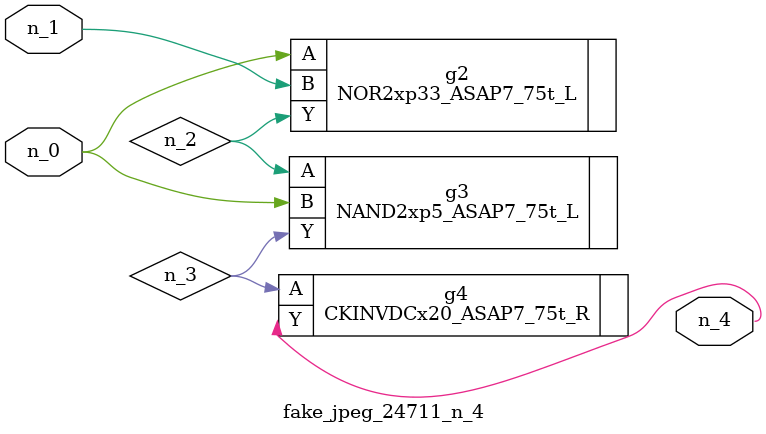
<source format=v>
module fake_jpeg_24711_n_4 (n_0, n_1, n_4);

input n_0;
input n_1;

output n_4;

wire n_2;
wire n_3;

NOR2xp33_ASAP7_75t_L g2 ( 
.A(n_0),
.B(n_1),
.Y(n_2)
);

NAND2xp5_ASAP7_75t_L g3 ( 
.A(n_2),
.B(n_0),
.Y(n_3)
);

CKINVDCx20_ASAP7_75t_R g4 ( 
.A(n_3),
.Y(n_4)
);


endmodule
</source>
